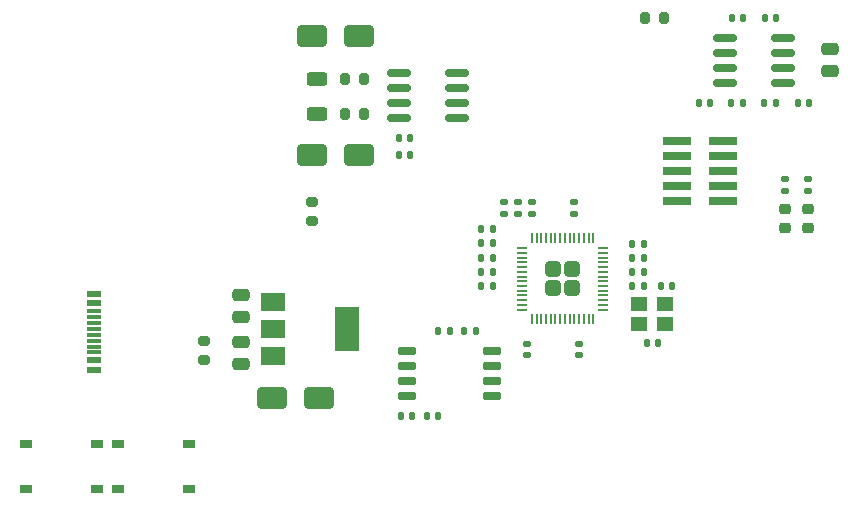
<source format=gtp>
G04 #@! TF.GenerationSoftware,KiCad,Pcbnew,7.0.10*
G04 #@! TF.CreationDate,2024-02-24T17:37:44+01:00*
G04 #@! TF.ProjectId,rp2040-board,72703230-3430-42d6-926f-6172642e6b69,rev?*
G04 #@! TF.SameCoordinates,Original*
G04 #@! TF.FileFunction,Paste,Top*
G04 #@! TF.FilePolarity,Positive*
%FSLAX46Y46*%
G04 Gerber Fmt 4.6, Leading zero omitted, Abs format (unit mm)*
G04 Created by KiCad (PCBNEW 7.0.10) date 2024-02-24 17:37:44*
%MOMM*%
%LPD*%
G01*
G04 APERTURE LIST*
G04 Aperture macros list*
%AMRoundRect*
0 Rectangle with rounded corners*
0 $1 Rounding radius*
0 $2 $3 $4 $5 $6 $7 $8 $9 X,Y pos of 4 corners*
0 Add a 4 corners polygon primitive as box body*
4,1,4,$2,$3,$4,$5,$6,$7,$8,$9,$2,$3,0*
0 Add four circle primitives for the rounded corners*
1,1,$1+$1,$2,$3*
1,1,$1+$1,$4,$5*
1,1,$1+$1,$6,$7*
1,1,$1+$1,$8,$9*
0 Add four rect primitives between the rounded corners*
20,1,$1+$1,$2,$3,$4,$5,0*
20,1,$1+$1,$4,$5,$6,$7,0*
20,1,$1+$1,$6,$7,$8,$9,0*
20,1,$1+$1,$8,$9,$2,$3,0*%
G04 Aperture macros list end*
%ADD10RoundRect,0.250000X0.475000X-0.250000X0.475000X0.250000X-0.475000X0.250000X-0.475000X-0.250000X0*%
%ADD11RoundRect,0.200000X-0.275000X0.200000X-0.275000X-0.200000X0.275000X-0.200000X0.275000X0.200000X0*%
%ADD12RoundRect,0.140000X0.170000X-0.140000X0.170000X0.140000X-0.170000X0.140000X-0.170000X-0.140000X0*%
%ADD13RoundRect,0.140000X-0.140000X-0.170000X0.140000X-0.170000X0.140000X0.170000X-0.140000X0.170000X0*%
%ADD14RoundRect,0.250000X1.000000X0.650000X-1.000000X0.650000X-1.000000X-0.650000X1.000000X-0.650000X0*%
%ADD15RoundRect,0.140000X-0.170000X0.140000X-0.170000X-0.140000X0.170000X-0.140000X0.170000X0.140000X0*%
%ADD16RoundRect,0.140000X0.140000X0.170000X-0.140000X0.170000X-0.140000X-0.170000X0.140000X-0.170000X0*%
%ADD17RoundRect,0.135000X0.135000X0.185000X-0.135000X0.185000X-0.135000X-0.185000X0.135000X-0.185000X0*%
%ADD18RoundRect,0.200000X0.275000X-0.200000X0.275000X0.200000X-0.275000X0.200000X-0.275000X-0.200000X0*%
%ADD19RoundRect,0.135000X-0.135000X-0.185000X0.135000X-0.185000X0.135000X0.185000X-0.135000X0.185000X0*%
%ADD20RoundRect,0.200000X0.200000X0.275000X-0.200000X0.275000X-0.200000X-0.275000X0.200000X-0.275000X0*%
%ADD21R,1.000000X0.750000*%
%ADD22R,2.400000X0.740000*%
%ADD23RoundRect,0.200000X-0.200000X-0.275000X0.200000X-0.275000X0.200000X0.275000X-0.200000X0.275000X0*%
%ADD24R,1.240000X0.600000*%
%ADD25R,1.240000X0.300000*%
%ADD26RoundRect,0.218750X0.256250X-0.218750X0.256250X0.218750X-0.256250X0.218750X-0.256250X-0.218750X0*%
%ADD27RoundRect,0.250000X-1.000000X-0.650000X1.000000X-0.650000X1.000000X0.650000X-1.000000X0.650000X0*%
%ADD28RoundRect,0.150000X0.650000X0.150000X-0.650000X0.150000X-0.650000X-0.150000X0.650000X-0.150000X0*%
%ADD29RoundRect,0.135000X0.185000X-0.135000X0.185000X0.135000X-0.185000X0.135000X-0.185000X-0.135000X0*%
%ADD30R,1.400000X1.200000*%
%ADD31R,2.000000X1.500000*%
%ADD32R,2.000000X3.800000*%
%ADD33RoundRect,0.249999X0.395001X-0.395001X0.395001X0.395001X-0.395001X0.395001X-0.395001X-0.395001X0*%
%ADD34RoundRect,0.050000X0.050000X-0.387500X0.050000X0.387500X-0.050000X0.387500X-0.050000X-0.387500X0*%
%ADD35RoundRect,0.050000X0.387500X-0.050000X0.387500X0.050000X-0.387500X0.050000X-0.387500X-0.050000X0*%
%ADD36RoundRect,0.250000X0.625000X-0.312500X0.625000X0.312500X-0.625000X0.312500X-0.625000X-0.312500X0*%
%ADD37RoundRect,0.150000X0.825000X0.150000X-0.825000X0.150000X-0.825000X-0.150000X0.825000X-0.150000X0*%
%ADD38RoundRect,0.150000X-0.825000X-0.150000X0.825000X-0.150000X0.825000X0.150000X-0.825000X0.150000X0*%
%ADD39RoundRect,0.250000X-0.475000X0.250000X-0.475000X-0.250000X0.475000X-0.250000X0.475000X0.250000X0*%
G04 APERTURE END LIST*
D10*
X119200000Y-104350000D03*
X119200000Y-102450000D03*
D11*
X116000000Y-106375000D03*
X116000000Y-108025000D03*
D12*
X143800000Y-95605000D03*
X143800000Y-94645000D03*
X147400000Y-95605000D03*
X147400000Y-94645000D03*
D13*
X152320000Y-100525000D03*
X153280000Y-100525000D03*
D14*
X129200000Y-90600000D03*
X125200000Y-90600000D03*
D15*
X143400000Y-106645000D03*
X143400000Y-107605000D03*
D16*
X133680000Y-112725000D03*
X132720000Y-112725000D03*
D17*
X161710000Y-86200000D03*
X160690000Y-86200000D03*
D18*
X125200000Y-96225000D03*
X125200000Y-94575000D03*
D19*
X135890000Y-105525000D03*
X136910000Y-105525000D03*
D13*
X154720000Y-101725000D03*
X155680000Y-101725000D03*
D20*
X155025000Y-79000000D03*
X153375000Y-79000000D03*
D21*
X101000000Y-115125000D03*
X107000000Y-115125000D03*
X101000000Y-118875000D03*
X107000000Y-118875000D03*
D13*
X132520000Y-89200000D03*
X133480000Y-89200000D03*
D10*
X169000000Y-83550000D03*
X169000000Y-81650000D03*
D13*
X157920000Y-86200000D03*
X158880000Y-86200000D03*
D16*
X161680000Y-79000000D03*
X160720000Y-79000000D03*
D19*
X139490000Y-98125000D03*
X140510000Y-98125000D03*
D13*
X166320000Y-86200000D03*
X167280000Y-86200000D03*
D22*
X159950000Y-94540000D03*
X156050000Y-94540000D03*
X159950000Y-93270000D03*
X156050000Y-93270000D03*
X159950000Y-92000000D03*
X156050000Y-92000000D03*
X159950000Y-90730000D03*
X156050000Y-90730000D03*
X159950000Y-89460000D03*
X156050000Y-89460000D03*
D23*
X127975000Y-84200000D03*
X129625000Y-84200000D03*
X127975000Y-87200000D03*
X129625000Y-87200000D03*
D19*
X139490000Y-99325000D03*
X140510000Y-99325000D03*
D24*
X106725000Y-102400000D03*
X106725000Y-103200000D03*
D25*
X106725000Y-104350000D03*
X106725000Y-105350000D03*
X106725000Y-105850000D03*
X106725000Y-106850000D03*
D24*
X106725000Y-108000000D03*
X106725000Y-108800000D03*
X106725000Y-108800000D03*
X106725000Y-108000000D03*
D25*
X106725000Y-107350000D03*
X106725000Y-106350000D03*
X106725000Y-104850000D03*
X106725000Y-103850000D03*
D24*
X106725000Y-103200000D03*
X106725000Y-102400000D03*
D21*
X108800000Y-115125000D03*
X114800000Y-115125000D03*
X108800000Y-118875000D03*
X114800000Y-118875000D03*
D15*
X147800000Y-106645000D03*
X147800000Y-107605000D03*
D16*
X140480000Y-96925000D03*
X139520000Y-96925000D03*
D26*
X165200000Y-96787500D03*
X165200000Y-95212500D03*
D12*
X141400000Y-95605000D03*
X141400000Y-94645000D03*
D13*
X163520000Y-79000000D03*
X164480000Y-79000000D03*
X152320000Y-99325000D03*
X153280000Y-99325000D03*
D27*
X121800000Y-111175000D03*
X125800000Y-111175000D03*
D19*
X152290000Y-101725000D03*
X153310000Y-101725000D03*
D28*
X140400000Y-111030000D03*
X140400000Y-109760000D03*
X140400000Y-108490000D03*
X140400000Y-107220000D03*
X133200000Y-107220000D03*
X133200000Y-108490000D03*
X133200000Y-109760000D03*
X133200000Y-111030000D03*
D29*
X165200000Y-93710000D03*
X165200000Y-92690000D03*
D30*
X152900000Y-104975000D03*
X155100000Y-104975000D03*
X155100000Y-103275000D03*
X152900000Y-103275000D03*
D31*
X121850000Y-103075000D03*
X121850000Y-105375000D03*
X121850000Y-107675000D03*
D32*
X128150000Y-105375000D03*
D13*
X134920000Y-112725000D03*
X135880000Y-112725000D03*
D29*
X167200000Y-93710000D03*
X167200000Y-92690000D03*
D33*
X145600000Y-101925000D03*
X147200000Y-101925000D03*
X145600000Y-100325000D03*
X147200000Y-100325000D03*
D34*
X143800000Y-104562500D03*
X144200000Y-104562500D03*
X144600000Y-104562500D03*
X145000000Y-104562500D03*
X145400000Y-104562500D03*
X145800000Y-104562500D03*
X146200000Y-104562500D03*
X146600000Y-104562500D03*
X147000000Y-104562500D03*
X147400000Y-104562500D03*
X147800000Y-104562500D03*
X148200000Y-104562500D03*
X148600000Y-104562500D03*
X149000000Y-104562500D03*
D35*
X149837500Y-103725000D03*
X149837500Y-103325000D03*
X149837500Y-102925000D03*
X149837500Y-102525000D03*
X149837500Y-102125000D03*
X149837500Y-101725000D03*
X149837500Y-101325000D03*
X149837500Y-100925000D03*
X149837500Y-100525000D03*
X149837500Y-100125000D03*
X149837500Y-99725000D03*
X149837500Y-99325000D03*
X149837500Y-98925000D03*
X149837500Y-98525000D03*
D34*
X149000000Y-97687500D03*
X148600000Y-97687500D03*
X148200000Y-97687500D03*
X147800000Y-97687500D03*
X147400000Y-97687500D03*
X147000000Y-97687500D03*
X146600000Y-97687500D03*
X146200000Y-97687500D03*
X145800000Y-97687500D03*
X145400000Y-97687500D03*
X145000000Y-97687500D03*
X144600000Y-97687500D03*
X144200000Y-97687500D03*
X143800000Y-97687500D03*
D35*
X142962500Y-98525000D03*
X142962500Y-98925000D03*
X142962500Y-99325000D03*
X142962500Y-99725000D03*
X142962500Y-100125000D03*
X142962500Y-100525000D03*
X142962500Y-100925000D03*
X142962500Y-101325000D03*
X142962500Y-101725000D03*
X142962500Y-102125000D03*
X142962500Y-102525000D03*
X142962500Y-102925000D03*
X142962500Y-103325000D03*
X142962500Y-103725000D03*
D36*
X125600000Y-87125000D03*
X125600000Y-84200000D03*
D19*
X152290000Y-98200000D03*
X153310000Y-98200000D03*
D37*
X137475000Y-87505000D03*
X137475000Y-86235000D03*
X137475000Y-84965000D03*
X137475000Y-83695000D03*
X132525000Y-83695000D03*
X132525000Y-84965000D03*
X132525000Y-86235000D03*
X132525000Y-87505000D03*
D16*
X140480000Y-101725000D03*
X139520000Y-101725000D03*
D17*
X164510000Y-86200000D03*
X163490000Y-86200000D03*
D13*
X132520000Y-90600000D03*
X133480000Y-90600000D03*
D14*
X129200000Y-80600000D03*
X125200000Y-80600000D03*
D26*
X167200000Y-96787500D03*
X167200000Y-95212500D03*
D16*
X140480000Y-100525000D03*
X139520000Y-100525000D03*
D38*
X160125000Y-80695000D03*
X160125000Y-81965000D03*
X160125000Y-83235000D03*
X160125000Y-84505000D03*
X165075000Y-84505000D03*
X165075000Y-83235000D03*
X165075000Y-81965000D03*
X165075000Y-80695000D03*
D19*
X138090000Y-105525000D03*
X139110000Y-105525000D03*
D12*
X142600000Y-95605000D03*
X142600000Y-94645000D03*
D39*
X119200000Y-106450000D03*
X119200000Y-108350000D03*
D13*
X153520000Y-106525000D03*
X154480000Y-106525000D03*
M02*

</source>
